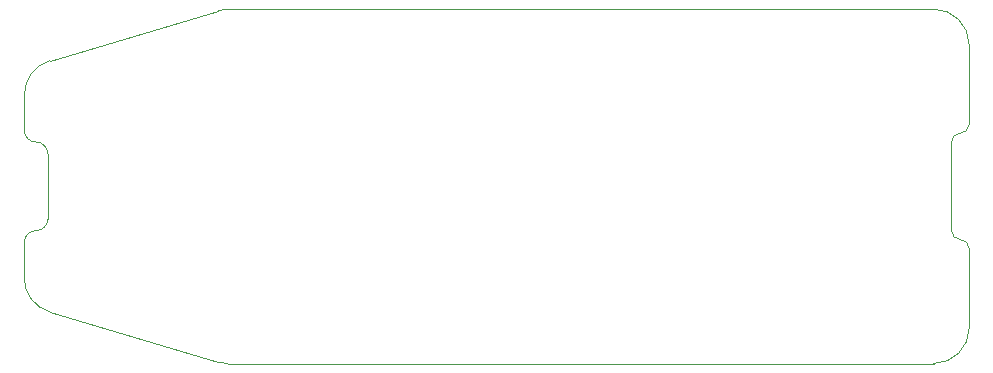
<source format=gm1>
%TF.GenerationSoftware,KiCad,Pcbnew,8.0.7*%
%TF.CreationDate,2025-01-01T14:13:32-08:00*%
%TF.ProjectId,pizero-papoe,70697a65-726f-42d7-9061-706f652e6b69,R1*%
%TF.SameCoordinates,PX652f520PY4a19ba0*%
%TF.FileFunction,Profile,NP*%
%FSLAX46Y46*%
G04 Gerber Fmt 4.6, Leading zero omitted, Abs format (unit mm)*
G04 Created by KiCad (PCBNEW 8.0.7) date 2025-01-01 14:13:32*
%MOMM*%
%LPD*%
G01*
G04 APERTURE LIST*
%TA.AperFunction,Profile*%
%ADD10C,0.100000*%
%TD*%
G04 APERTURE END LIST*
D10*
X64250000Y-19500000D02*
G75*
G02*
X65000000Y-20250000I0J-750000D01*
G01*
X-14986958Y-7237190D02*
G75*
G02*
X-12842708Y-4361872I2999958J-10D01*
G01*
X62000000Y0D02*
G75*
G02*
X65000000Y-3000000I0J-3000000D01*
G01*
X65000000Y-27000000D02*
G75*
G02*
X62000000Y-30000000I-3000000J0D01*
G01*
X63500000Y-18750000D02*
X63500000Y-11250000D01*
X1394239Y-124644D02*
X-12842719Y-4361834D01*
X-15000000Y-19750000D02*
X-15000000Y-22750000D01*
X65000000Y-3000000D02*
X65000000Y-9750000D01*
X1394239Y-29875356D02*
X-12855761Y-25625356D01*
X-13000000Y-17750000D02*
G75*
G02*
X-14000000Y-18750000I-1000000J0D01*
G01*
X64250000Y-19500000D02*
G75*
G02*
X63500000Y-18750000I0J750000D01*
G01*
X-14000000Y-11250000D02*
G75*
G02*
X-13000000Y-12250000I0J-1000000D01*
G01*
X-15000000Y-10250000D02*
X-14986958Y-7237190D01*
X63500000Y-11250000D02*
G75*
G02*
X64250000Y-10500000I750000J0D01*
G01*
X65000000Y-9750000D02*
G75*
G02*
X64250000Y-10500000I-750000J0D01*
G01*
X-12855761Y-25625356D02*
G75*
G02*
X-14999975Y-22750000I855661J2875256D01*
G01*
X1394239Y-124644D02*
G75*
G02*
X2250000Y8I855761J-2875156D01*
G01*
X-13000000Y-12250000D02*
X-13000000Y-17750000D01*
X65000000Y-20250000D02*
X65000000Y-27000000D01*
X-15000000Y-19750000D02*
G75*
G02*
X-14000000Y-18750000I1000000J0D01*
G01*
X2250000Y-30000000D02*
X62000000Y-30000000D01*
X2250000Y-30000000D02*
G75*
G02*
X1394236Y-29875365I100J3000900D01*
G01*
X-14000000Y-11250000D02*
G75*
G02*
X-15000000Y-10250000I0J1000000D01*
G01*
X2250000Y0D02*
X62000000Y0D01*
M02*

</source>
